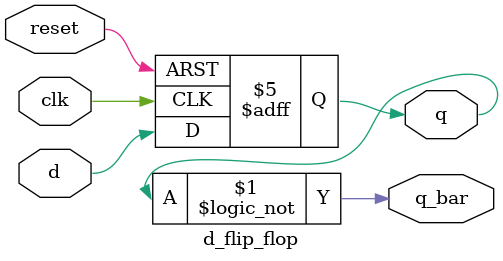
<source format=v>
module d_flip_flop(q,q_bar, d,clk,reset);

output reg q;
output q_bar;
input clk,reset,d;

assign q_bar = !q;

always @(posedge clk,posedge reset)
begin
	if(reset == 1'b1)
		q <= 1'b0;
	else if(clk == 1)
		q <= d;
	else
		q <= q;
end
endmodule

</source>
